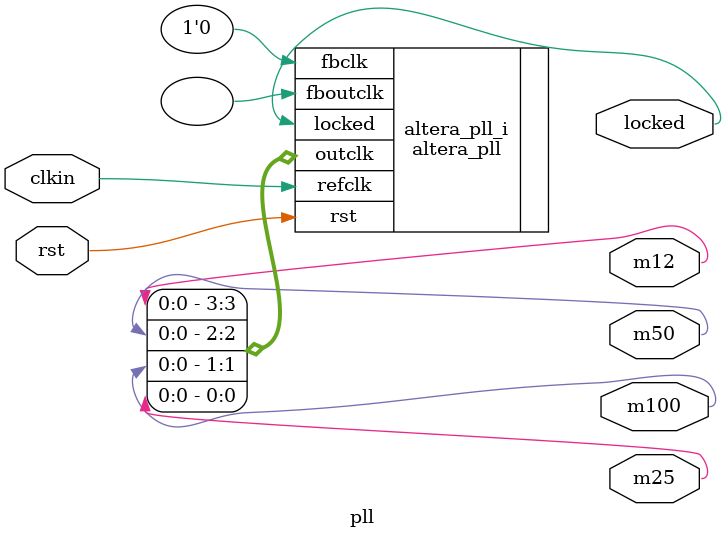
<source format=v>
`timescale 1ns/10ps
module  pll(

	input wire clkin,
	input wire rst,

	output wire m25,
	output wire m12,
	output wire m50,
	output wire m100,

	output wire locked
);

	altera_pll #(
		.fractional_vco_multiplier("false"),
		.reference_clock_frequency("50.0 MHz"),
		.operation_mode("normal"),
		.number_of_clocks(4),
		.output_clock_frequency0("25.0 MHz"),
		.phase_shift0("0 ps"),
		.duty_cycle0(50),
		.output_clock_frequency1("100.0 MHz"),
		.phase_shift1("0 ps"),
		.duty_cycle1(50),
		.output_clock_frequency2("50 MHz"),
		.phase_shift2("0 ps"),
		.duty_cycle2(50),
		.output_clock_frequency3("12.5 MHz"),
		.phase_shift3("0 ps"),
		.duty_cycle3(50),
		.output_clock_frequency4("0 MHz"),
		.phase_shift4("0 ps"),
		.duty_cycle4(50),
		.output_clock_frequency5("0 MHz"),
		.phase_shift5("0 ps"),
		.duty_cycle5(50),
		.output_clock_frequency6("0 MHz"),
		.phase_shift6("0 ps"),
		.duty_cycle6(50),
		.output_clock_frequency7("0 MHz"),
		.phase_shift7("0 ps"),
		.duty_cycle7(50),
		.output_clock_frequency8("0 MHz"),
		.phase_shift8("0 ps"),
		.duty_cycle8(50),
		.output_clock_frequency9("0 MHz"),
		.phase_shift9("0 ps"),
		.duty_cycle9(50),
		.output_clock_frequency10("0 MHz"),
		.phase_shift10("0 ps"),
		.duty_cycle10(50),
		.output_clock_frequency11("0 MHz"),
		.phase_shift11("0 ps"),
		.duty_cycle11(50),
		.output_clock_frequency12("0 MHz"),
		.phase_shift12("0 ps"),
		.duty_cycle12(50),
		.output_clock_frequency13("0 MHz"),
		.phase_shift13("0 ps"),
		.duty_cycle13(50),
		.output_clock_frequency14("0 MHz"),
		.phase_shift14("0 ps"),
		.duty_cycle14(50),
		.output_clock_frequency15("0 MHz"),
		.phase_shift15("0 ps"),
		.duty_cycle15(50),
		.output_clock_frequency16("0 MHz"),
		.phase_shift16("0 ps"),
		.duty_cycle16(50),
		.output_clock_frequency17("0 MHz"),
		.phase_shift17("0 ps"),
		.duty_cycle17(50),
		.pll_type("General"),
		.pll_subtype("General")
	) altera_pll_i (
		.rst	(rst),
		.outclk	({m12, m50, m100, m25}),
		.locked	(locked),
		.fboutclk ( ),
		.fbclk	(1'b0),
		.refclk	(clkin)
	);
endmodule

</source>
